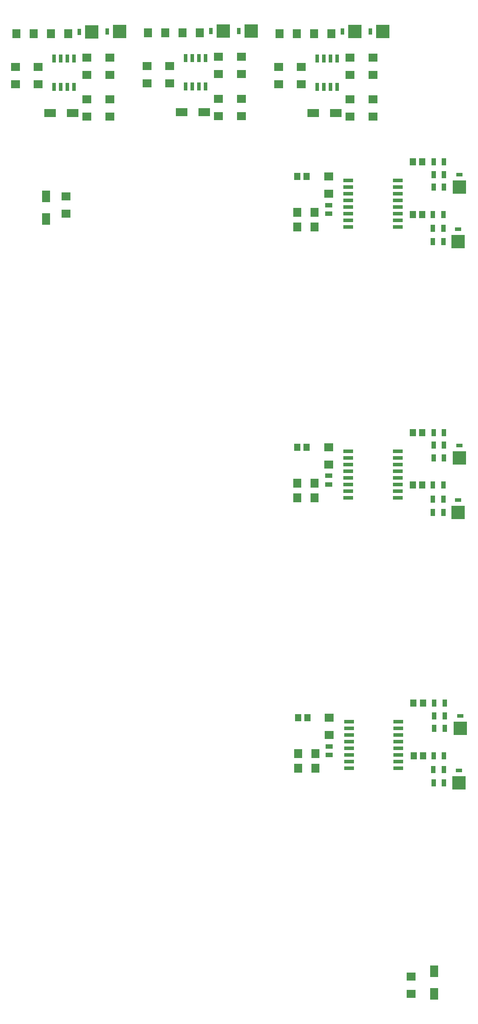
<source format=gbp>
G04*
G04 #@! TF.GenerationSoftware,Altium Limited,Altium Designer,24.4.1 (13)*
G04*
G04 Layer_Color=128*
%FSLAX25Y25*%
%MOIN*%
G70*
G04*
G04 #@! TF.SameCoordinates,D6D0C77B-36A0-4D54-9E24-613302BCF265*
G04*
G04*
G04 #@! TF.FilePolarity,Positive*
G04*
G01*
G75*
%ADD16R,0.08858X0.06496*%
%ADD17R,0.06500X0.06000*%
%ADD18R,0.06000X0.06500*%
%ADD19R,0.04528X0.05709*%
%ADD20R,0.03000X0.05000*%
%ADD21R,0.10433X0.10000*%
%ADD24R,0.05787X0.03819*%
%ADD27R,0.02559X0.06004*%
%ADD110R,0.06496X0.08858*%
%ADD111R,0.03740X0.05709*%
%ADD112R,0.05000X0.03000*%
%ADD113R,0.10000X0.10433*%
%ADD114R,0.07677X0.02559*%
D16*
X630965Y1300763D02*
D03*
X614035D02*
D03*
X531964Y1300263D02*
D03*
X515035D02*
D03*
X729964D02*
D03*
X713035D02*
D03*
D17*
X724500Y1239500D02*
D03*
Y1252500D02*
D03*
Y1049000D02*
D03*
Y1036000D02*
D03*
X725000Y832500D02*
D03*
Y845500D02*
D03*
X489100Y1322000D02*
D03*
Y1335000D02*
D03*
X542600Y1310500D02*
D03*
Y1297500D02*
D03*
Y1329000D02*
D03*
Y1342000D02*
D03*
X560100Y1329000D02*
D03*
Y1342000D02*
D03*
Y1310500D02*
D03*
Y1297500D02*
D03*
X506100Y1335000D02*
D03*
Y1322000D02*
D03*
X588100Y1335500D02*
D03*
Y1322500D02*
D03*
X641600Y1298000D02*
D03*
Y1311000D02*
D03*
Y1342500D02*
D03*
Y1329500D02*
D03*
X658900D02*
D03*
Y1342500D02*
D03*
X659100Y1298000D02*
D03*
Y1311000D02*
D03*
X605100Y1322500D02*
D03*
Y1335500D02*
D03*
X687100Y1322000D02*
D03*
Y1335000D02*
D03*
X740600Y1310500D02*
D03*
Y1297500D02*
D03*
Y1329000D02*
D03*
Y1342000D02*
D03*
X758100Y1329000D02*
D03*
Y1342000D02*
D03*
Y1310500D02*
D03*
Y1297500D02*
D03*
X704100Y1335000D02*
D03*
Y1322000D02*
D03*
X527000Y1237500D02*
D03*
Y1224500D02*
D03*
X786500Y651000D02*
D03*
Y638000D02*
D03*
D18*
X701000Y1214500D02*
D03*
X714000D02*
D03*
Y1225500D02*
D03*
X701000D02*
D03*
X714000Y1011000D02*
D03*
X701000D02*
D03*
Y1022000D02*
D03*
X714000D02*
D03*
X701500Y807500D02*
D03*
X714500D02*
D03*
Y818500D02*
D03*
X701500D02*
D03*
X489500Y1360000D02*
D03*
X502500D02*
D03*
X515500D02*
D03*
X528500D02*
D03*
X601500Y1360500D02*
D03*
X588500D02*
D03*
X627500D02*
D03*
X614500D02*
D03*
X687500Y1360000D02*
D03*
X700500D02*
D03*
X713500D02*
D03*
X726500D02*
D03*
D19*
X701000Y1252500D02*
D03*
X708087D02*
D03*
X795000Y1263500D02*
D03*
X787913D02*
D03*
X795043Y1224000D02*
D03*
X787957D02*
D03*
X795543Y817000D02*
D03*
X788457D02*
D03*
X701500Y845500D02*
D03*
X708587D02*
D03*
X795500Y856500D02*
D03*
X788413D02*
D03*
X795000Y1060000D02*
D03*
X787913D02*
D03*
X701000Y1049000D02*
D03*
X708087D02*
D03*
X795043Y1020500D02*
D03*
X787957D02*
D03*
D20*
X755860Y1361500D02*
D03*
X557860D02*
D03*
X656860Y1362000D02*
D03*
X635998D02*
D03*
X734998Y1361500D02*
D03*
X536860Y1361240D02*
D03*
D21*
X765116Y1361500D02*
D03*
X567116D02*
D03*
X666116Y1362000D02*
D03*
X645254D02*
D03*
X744254Y1361500D02*
D03*
X546116Y1361240D02*
D03*
D24*
X724500Y1231035D02*
D03*
Y1224500D02*
D03*
X725000Y824035D02*
D03*
Y817500D02*
D03*
X724500Y1027535D02*
D03*
Y1021000D02*
D03*
D27*
X617000Y1341677D02*
D03*
X622000D02*
D03*
X627000D02*
D03*
X632000D02*
D03*
Y1320323D02*
D03*
X627000D02*
D03*
X622000D02*
D03*
X617000D02*
D03*
X716000Y1341354D02*
D03*
X721000D02*
D03*
X726000D02*
D03*
X731000D02*
D03*
Y1320000D02*
D03*
X726000D02*
D03*
X721000D02*
D03*
X716000D02*
D03*
X518000Y1341177D02*
D03*
X523000D02*
D03*
X528000D02*
D03*
X533000D02*
D03*
Y1319823D02*
D03*
X528000D02*
D03*
X523000D02*
D03*
X518000D02*
D03*
D110*
X512000Y1220571D02*
D03*
Y1237500D02*
D03*
X804000Y638000D02*
D03*
Y654929D02*
D03*
D111*
X803563Y1254000D02*
D03*
X811437D02*
D03*
X803500Y1244500D02*
D03*
X811374D02*
D03*
X802937Y1213500D02*
D03*
X810811D02*
D03*
X803000Y1203500D02*
D03*
X810874D02*
D03*
Y1224000D02*
D03*
X803000D02*
D03*
X811437Y1263500D02*
D03*
X803563D02*
D03*
X811374Y817000D02*
D03*
X803500D02*
D03*
X803437Y806500D02*
D03*
X811311D02*
D03*
X811937Y856500D02*
D03*
X804063D02*
D03*
X803500Y1041000D02*
D03*
X811374D02*
D03*
X803500Y796500D02*
D03*
X811374D02*
D03*
X804063Y847000D02*
D03*
X811937D02*
D03*
X804000Y837500D02*
D03*
X811874D02*
D03*
X803000Y1000000D02*
D03*
X810874D02*
D03*
X803563Y1050500D02*
D03*
X811437D02*
D03*
Y1060000D02*
D03*
X803563D02*
D03*
X802937Y1010000D02*
D03*
X810811D02*
D03*
X810874Y1020500D02*
D03*
X803000D02*
D03*
D112*
X823000Y1253756D02*
D03*
X822000Y1212756D02*
D03*
X823500Y846756D02*
D03*
X823000Y1050256D02*
D03*
X822500Y805756D02*
D03*
X822000Y1009256D02*
D03*
D113*
X823000Y1244500D02*
D03*
X822000Y1203500D02*
D03*
X823500Y837500D02*
D03*
X823000Y1041000D02*
D03*
X822500Y796500D02*
D03*
X822000Y1000000D02*
D03*
D114*
X776602Y1011000D02*
D03*
Y1016000D02*
D03*
Y1021000D02*
D03*
Y1026000D02*
D03*
Y1031000D02*
D03*
Y1036000D02*
D03*
Y1041000D02*
D03*
Y1046000D02*
D03*
X739398D02*
D03*
Y1041000D02*
D03*
Y1036000D02*
D03*
Y1031000D02*
D03*
Y1026000D02*
D03*
Y1021000D02*
D03*
Y1016000D02*
D03*
Y1011000D02*
D03*
X777102Y807500D02*
D03*
Y812500D02*
D03*
Y817500D02*
D03*
Y822500D02*
D03*
Y827500D02*
D03*
Y832500D02*
D03*
Y837500D02*
D03*
Y842500D02*
D03*
X739898D02*
D03*
Y837500D02*
D03*
Y832500D02*
D03*
Y827500D02*
D03*
Y822500D02*
D03*
Y817500D02*
D03*
Y812500D02*
D03*
Y807500D02*
D03*
X776602Y1214500D02*
D03*
Y1219500D02*
D03*
Y1224500D02*
D03*
Y1229500D02*
D03*
Y1234500D02*
D03*
Y1239500D02*
D03*
Y1244500D02*
D03*
Y1249500D02*
D03*
X739398D02*
D03*
Y1244500D02*
D03*
Y1239500D02*
D03*
Y1234500D02*
D03*
Y1229500D02*
D03*
Y1224500D02*
D03*
Y1219500D02*
D03*
Y1214500D02*
D03*
M02*

</source>
